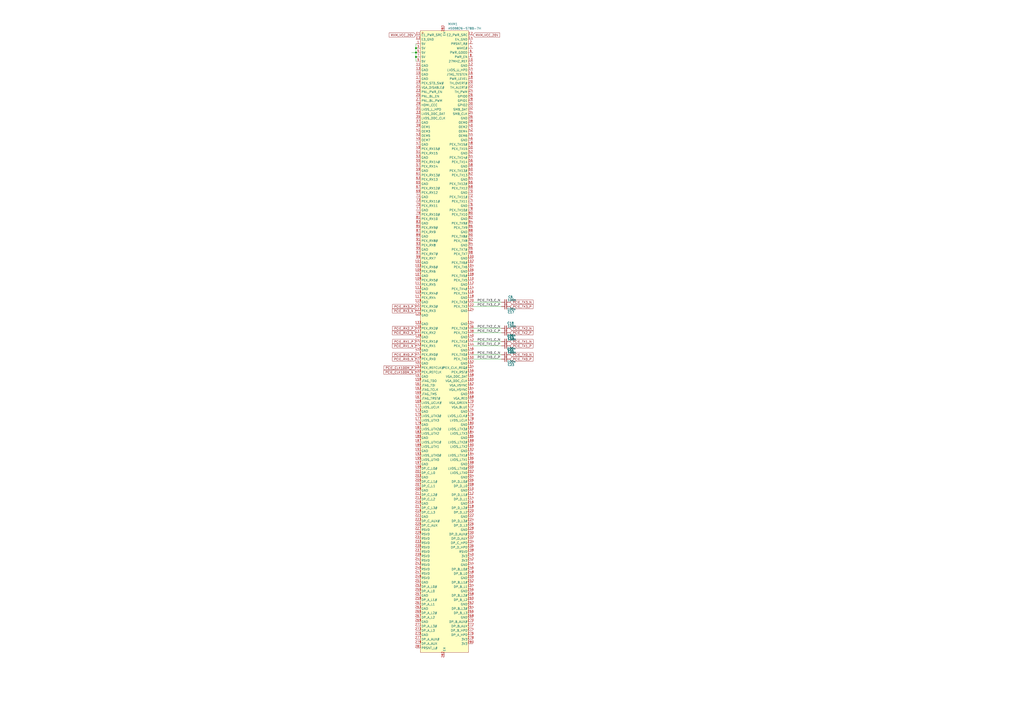
<source format=kicad_sch>
(kicad_sch (version 20250114) (generator "eeschema") (generator_version "9.0")
  (paper "A2")
  (lib_symbols
    (symbol "Device:C_Small" (pin_numbers (hide yes)) (pin_names (offset 0.254) (hide yes))
      (property "Reference" "C" (at 0.254 1.778 0))
      (property "Value" "C_Small" (at 0.254 -2.032 0))
      (symbol "C_Small_0_1"
        (polyline (pts (xy -1.524 0.508) (xy 1.524 0.508)) (stroke (width 0.3048)))
        (polyline (pts (xy -1.524 -0.508) (xy 1.524 -0.508)) (stroke (width 0.3302)))
      )
      (symbol "C_Small_1_1"
        (pin passive line (at 0 2.54 270) (length 2.032) (name "~") (number "1"))
        (pin passive line (at 0 -2.54 90) (length 2.032) (name "~") (number "2"))
      )
    )
    (symbol "mxm:AS0B826-S78B-7H"
      (property "Reference" "MXM1" (at 7.62 -182.88 0))
      (property "Value" "AS0B826-S78B-7H" (at 0 -185.42 0))
      (symbol "AS0B826-S78B-7H_0_1"
        (rectangle (start -13.97 180.34) (end 13.97 -180.34) (fill (type background)))
        (circle (center -12.7 179.07) (radius 0.38))
        (pin unspecified line (at -16.51 177.8 0) (length 2.54) (name "E1_PWR_SRC") (number "E1"))
        (pin unspecified line (at -16.51 175.26 0) (length 2.54) (name "E3_GND") (number "E3"))
        (pin unspecified line (at -16.51 172.72 0) (length 2.54) (name "5V") (number "1"))
        (pin unspecified line (at -16.51 170.18 0) (length 2.54) (name "5V") (number "3"))
        (pin unspecified line (at -16.51 167.64 0) (length 2.54) (name "5V") (number "5"))
        (pin unspecified line (at -16.51 165.1 0) (length 2.54) (name "5V") (number "7"))
        (pin unspecified line (at -16.51 162.56 0) (length 2.54) (name "5V") (number "9"))
        (pin unspecified line (at -16.51 160.02 0) (length 2.54) (name "GND") (number "11"))
        (pin unspecified line (at -16.51 157.48 0) (length 2.54) (name "GND") (number "13"))
        (pin unspecified line (at -16.51 154.94 0) (length 2.54) (name "GND") (number "15"))
        (pin unspecified line (at -16.51 152.4 0) (length 2.54) (name "GND") (number "17"))
        (pin unspecified line (at -16.51 149.86 0) (length 2.54) (name "PEX_STD_SW#") (number "19"))
        (pin unspecified line (at -16.51 147.32 0) (length 2.54) (name "VGA_DISABLE#") (number "21"))
        (pin unspecified line (at -16.51 144.78 0) (length 2.54) (name "PNL_PWR_EN") (number "23"))
        (pin unspecified line (at -16.51 142.24 0) (length 2.54) (name "PNL_BL_EN") (number "25"))
        (pin unspecified line (at -16.51 139.7 0) (length 2.54) (name "PNL_BL_PWM") (number "27"))
        (pin unspecified line (at -16.51 137.16 0) (length 2.54) (name "HDMI_CEC") (number "29"))
        (pin unspecified line (at -16.51 134.62 0) (length 2.54) (name "LVDS_L_HPD") (number "31"))
        (pin unspecified line (at -16.51 132.08 0) (length 2.54) (name "LVDS_DDC_DAT") (number "33"))
        (pin unspecified line (at -16.51 129.54 0) (length 2.54) (name "LVDS_DDC_CLK") (number "35"))
        (pin unspecified line (at -16.51 127 0) (length 2.54) (name "GND") (number "37"))
        (pin unspecified line (at -16.51 124.46 0) (length 2.54) (name "OEM1") (number "39"))
        (pin unspecified line (at -16.51 121.92 0) (length 2.54) (name "OEM3") (number "41"))
        (pin unspecified line (at -16.51 119.38 0) (length 2.54) (name "OEM5") (number "43"))
        (pin unspecified line (at -16.51 116.84 0) (length 2.54) (name "OEM7") (number "45"))
        (pin unspecified line (at -16.51 114.3 0) (length 2.54) (name "GND") (number "47"))
        (pin unspecified line (at -16.51 111.76 0) (length 2.54) (name "PEX_RX15#") (number "49"))
        (pin unspecified line (at -16.51 109.22 0) (length 2.54) (name "PEX_RX15") (number "51"))
        (pin unspecified line (at -16.51 106.68 0) (length 2.54) (name "GND") (number "53"))
        (pin unspecified line (at -16.51 104.14 0) (length 2.54) (name "PEX_RX14#") (number "55"))
        (pin unspecified line (at -16.51 101.6 0) (length 2.54) (name "PEX_RX14") (number "57"))
        (pin unspecified line (at -16.51 99.06 0) (length 2.54) (name "GND") (number "59"))
        (pin unspecified line (at -16.51 96.52 0) (length 2.54) (name "PEX_RX13#") (number "61"))
        (pin unspecified line (at -16.51 93.98 0) (length 2.54) (name "PEX_RX13") (number "63"))
        (pin unspecified line (at -16.51 91.44 0) (length 2.54) (name "GND") (number "65"))
        (pin unspecified line (at -16.51 88.9 0) (length 2.54) (name "PEX_RX12#") (number "67"))
        (pin unspecified line (at -16.51 86.36 0) (length 2.54) (name "PEX_RX12") (number "69"))
        (pin unspecified line (at -16.51 83.82 0) (length 2.54) (name "GND") (number "71"))
        (pin unspecified line (at -16.51 81.28 0) (length 2.54) (name "PEX_RX11#") (number "73"))
        (pin unspecified line (at -16.51 78.74 0) (length 2.54) (name "PEX_RX11") (number "75"))
        (pin unspecified line (at -16.51 76.2 0) (length 2.54) (name "GND") (number "77"))
        (pin unspecified line (at -16.51 73.66 0) (length 2.54) (name "PEX_RX10#") (number "79"))
        (pin unspecified line (at -16.51 71.12 0) (length 2.54) (name "PEX_RX10") (number "81"))
        (pin unspecified line (at -16.51 68.58 0) (length 2.54) (name "GND") (number "83"))
        (pin unspecified line (at -16.51 66.04 0) (length 2.54) (name "PEX_RX9#") (number "85"))
        (pin unspecified line (at -16.51 63.5 0) (length 2.54) (name "PEX_RX9") (number "87"))
        (pin unspecified line (at -16.51 60.96 0) (length 2.54) (name "GND") (number "89"))
        (pin unspecified line (at -16.51 58.42 0) (length 2.54) (name "PEX_RX8#") (number "91"))
        (pin unspecified line (at -16.51 55.88 0) (length 2.54) (name "PEX_RX8") (number "93"))
        (pin unspecified line (at -16.51 53.34 0) (length 2.54) (name "GND") (number "95"))
        (pin unspecified line (at -16.51 50.8 0) (length 2.54) (name "PEX_RX7#") (number "97"))
        (pin unspecified line (at -16.51 48.26 0) (length 2.54) (name "PEX_RX7") (number "99"))
        (pin unspecified line (at -16.51 45.72 0) (length 2.54) (name "GND") (number "101"))
        (pin unspecified line (at -16.51 43.18 0) (length 2.54) (name "PEX_RX6#") (number "103"))
        (pin unspecified line (at -16.51 40.64 0) (length 2.54) (name "PEX_RX6") (number "105"))
        (pin unspecified line (at -16.51 38.1 0) (length 2.54) (name "GND") (number "107"))
        (pin unspecified line (at -16.51 35.56 0) (length 2.54) (name "PEX_RX5#") (number "109"))
        (pin unspecified line (at -16.51 33.02 0) (length 2.54) (name "PEX_RX5") (number "111"))
        (pin unspecified line (at -16.51 30.48 0) (length 2.54) (name "GND") (number "113"))
        (pin unspecified line (at -16.51 27.94 0) (length 2.54) (name "PEX_RX4#") (number "115"))
        (pin unspecified line (at -16.51 25.4 0) (length 2.54) (name "PEX_RX4") (number "117"))
        (pin unspecified line (at -16.51 22.86 0) (length 2.54) (name "GND") (number "119"))
        (pin unspecified line (at -16.51 20.32 0) (length 2.54) (name "PEX_RX3#") (number "121"))
        (pin unspecified line (at -16.51 17.78 0) (length 2.54) (name "PEX_RX3") (number "123"))
        (pin unspecified line (at -16.51 15.24 0) (length 2.54) (name "GND") (number "125"))
        (pin unspecified line (at -16.51 10.16 0) (length 2.54) (name "GND") (number "133"))
        (pin unspecified line (at -16.51 7.62 0) (length 2.54) (name "PEX_RX2#") (number "135"))
        (pin unspecified line (at -16.51 5.08 0) (length 2.54) (name "PEX_RX2") (number "137"))
        (pin unspecified line (at -16.51 2.54 0) (length 2.54) (name "GND") (number "139"))
        (pin unspecified line (at -16.51 0 0) (length 2.54) (name "PEX_RX1#") (number "141"))
        (pin unspecified line (at -16.51 -2.54 0) (length 2.54) (name "PEX_RX1") (number "143"))
        (pin unspecified line (at -16.51 -5.08 0) (length 2.54) (name "GND") (number "145"))
        (pin unspecified line (at -16.51 -7.62 0) (length 2.54) (name "PEX_RX0#") (number "147"))
        (pin unspecified line (at -16.51 -10.16 0) (length 2.54) (name "PEX_RX0") (number "149"))
        (pin unspecified line (at -16.51 -12.7 0) (length 2.54) (name "GND") (number "151"))
        (pin unspecified line (at -16.51 -15.24 0) (length 2.54) (name "PEX_REFCLK#") (number "153"))
        (pin unspecified line (at -16.51 -17.78 0) (length 2.54) (name "PEX_REFCLK") (number "155"))
        (pin unspecified line (at -16.51 -20.32 0) (length 2.54) (name "GND") (number "157"))
        (pin unspecified line (at -16.51 -22.86 0) (length 2.54) (name "JTAG_TDO") (number "159"))
        (pin unspecified line (at -16.51 -25.4 0) (length 2.54) (name "JTAG_TDI") (number "161"))
        (pin unspecified line (at -16.51 -27.94 0) (length 2.54) (name "JTAG_TCLK") (number "163"))
        (pin unspecified line (at -16.51 -30.48 0) (length 2.54) (name "JTAG_TMS") (number "165"))
        (pin unspecified line (at -16.51 -33.02 0) (length 2.54) (name "JTAG_TRST#") (number "167"))
        (pin unspecified line (at -16.51 -35.56 0) (length 2.54) (name "LVDS_UCLK#") (number "169"))
        (pin unspecified line (at -16.51 -38.1 0) (length 2.54) (name "LVDS_UCLK") (number "171"))
        (pin unspecified line (at -16.51 -40.64 0) (length 2.54) (name "GND") (number "173"))
        (pin unspecified line (at -16.51 -43.18 0) (length 2.54) (name "LVDS_UTX3#") (number "175"))
        (pin unspecified line (at -16.51 -45.72 0) (length 2.54) (name "LVDS_UTX3") (number "177"))
        (pin unspecified line (at -16.51 -48.26 0) (length 2.54) (name "GND") (number "179"))
        (pin unspecified line (at -16.51 -50.8 0) (length 2.54) (name "LVDS_UTX2#") (number "181"))
        (pin unspecified line (at -16.51 -53.34 0) (length 2.54) (name "LVDS_UTX2") (number "183"))
        (pin unspecified line (at -16.51 -55.88 0) (length 2.54) (name "GND") (number "185"))
        (pin unspecified line (at -16.51 -58.42 0) (length 2.54) (name "LVDS_UTX1#") (number "187"))
        (pin unspecified line (at -16.51 -60.96 0) (length 2.54) (name "LVDS_UTX1") (number "189"))
        (pin unspecified line (at -16.51 -63.5 0) (length 2.54) (name "GND") (number "191"))
        (pin unspecified line (at -16.51 -66.04 0) (length 2.54) (name "LVDS_UTX0#") (number "193"))
        (pin unspecified line (at -16.51 -68.58 0) (length 2.54) (name "LVDS_UTX0") (number "195"))
        (pin unspecified line (at -16.51 -71.12 0) (length 2.54) (name "GND") (number "197"))
        (pin unspecified line (at -16.51 -73.66 0) (length 2.54) (name "DP_C_L0#") (number "199"))
        (pin unspecified line (at -16.51 -76.2 0) (length 2.54) (name "DP_C_L0") (number "201"))
        (pin unspecified line (at -16.51 -78.74 0) (length 2.54) (name "GND") (number "203"))
        (pin unspecified line (at -16.51 -81.28 0) (length 2.54) (name "DP_C_L1#") (number "205"))
        (pin unspecified line (at -16.51 -83.82 0) (length 2.54) (name "DP_C_L1") (number "207"))
        (pin unspecified line (at -16.51 -86.36 0) (length 2.54) (name "GND") (number "209"))
        (pin unspecified line (at -16.51 -88.9 0) (length 2.54) (name "DP_C_L2#") (number "211"))
        (pin unspecified line (at -16.51 -91.44 0) (length 2.54) (name "DP_C_L2") (number "213"))
        (pin unspecified line (at -16.51 -93.98 0) (length 2.54) (name "GND") (number "215"))
        (pin unspecified line (at -16.51 -96.52 0) (length 2.54) (name "DP_C_L3#") (number "217"))
        (pin unspecified line (at -16.51 -99.06 0) (length 2.54) (name "DP_C_L3") (number "219"))
        (pin unspecified line (at -16.51 -101.6 0) (length 2.54) (name "GND") (number "221"))
        (pin unspecified line (at -16.51 -104.14 0) (length 2.54) (name "DP_C_AUX#") (number "223"))
        (pin unspecified line (at -16.51 -106.68 0) (length 2.54) (name "DP_C_AUX") (number "225"))
        (pin unspecified line (at -16.51 -109.22 0) (length 2.54) (name "RSVD") (number "227"))
        (pin unspecified line (at -16.51 -111.76 0) (length 2.54) (name "RSVD") (number "229"))
        (pin unspecified line (at -16.51 -114.3 0) (length 2.54) (name "RSVD") (number "231"))
        (pin unspecified line (at -16.51 -116.84 0) (length 2.54) (name "RSVD") (number "233"))
        (pin unspecified line (at -16.51 -119.38 0) (length 2.54) (name "RSVD") (number "235"))
        (pin unspecified line (at -16.51 -121.92 0) (length 2.54) (name "RSVD") (number "237"))
        (pin unspecified line (at -16.51 -124.46 0) (length 2.54) (name "RSVD") (number "239"))
        (pin unspecified line (at -16.51 -127 0) (length 2.54) (name "RSVD") (number "241"))
        (pin unspecified line (at -16.51 -129.54 0) (length 2.54) (name "RSVD") (number "243"))
        (pin unspecified line (at -16.51 -132.08 0) (length 2.54) (name "RSVD") (number "245"))
        (pin unspecified line (at -16.51 -134.62 0) (length 2.54) (name "RSVD") (number "247"))
        (pin unspecified line (at -16.51 -137.16 0) (length 2.54) (name "RSVD") (number "249"))
        (pin unspecified line (at -16.51 -139.7 0) (length 2.54) (name "GND") (number "251"))
        (pin unspecified line (at -16.51 -142.24 0) (length 2.54) (name "DP_A_L0#") (number "253"))
        (pin unspecified line (at -16.51 -144.78 0) (length 2.54) (name "DP_A_L0") (number "255"))
        (pin unspecified line (at -16.51 -147.32 0) (length 2.54) (name "GND") (number "257"))
        (pin unspecified line (at -16.51 -149.86 0) (length 2.54) (name "DP_A_L1#") (number "259"))
        (pin unspecified line (at -16.51 -152.4 0) (length 2.54) (name "DP_A_L1") (number "261"))
        (pin unspecified line (at -16.51 -154.94 0) (length 2.54) (name "GND") (number "263"))
        (pin unspecified line (at -16.51 -157.48 0) (length 2.54) (name "DP_A_L2#") (number "265"))
        (pin unspecified line (at -16.51 -160.02 0) (length 2.54) (name "DP_A_L2") (number "267"))
        (pin unspecified line (at -16.51 -162.56 0) (length 2.54) (name "GND") (number "269"))
        (pin unspecified line (at -16.51 -165.1 0) (length 2.54) (name "DP_A_L3#") (number "271"))
        (pin unspecified line (at -16.51 -167.64 0) (length 2.54) (name "DP_A_L3") (number "273"))
        (pin unspecified line (at -16.51 -170.18 0) (length 2.54) (name "GND") (number "275"))
        (pin unspecified line (at -16.51 -172.72 0) (length 2.54) (name "DP_A_AUX#") (number "277"))
        (pin unspecified line (at -16.51 -175.26 0) (length 2.54) (name "DP_A_AUX") (number "279"))
        (pin unspecified line (at -16.51 -177.8 0) (length 2.54) (name "PRSNT_L#") (number "281"))
        (pin unspecified line (at 0 182.88 270) (length 2.54) (name "EH") (number "283"))
        (pin unspecified line (at 0 -182.88 90) (length 2.54) (name "EH") (number "282"))
        (pin unspecified line (at 16.51 177.8 180) (length 2.54) (name "E2_PWR_SRC") (number "E2"))
        (pin unspecified line (at 16.51 175.26 180) (length 2.54) (name "E4_GND") (number "E4"))
        (pin unspecified line (at 16.51 172.72 180) (length 2.54) (name "PRSNT_R#") (number "2"))
        (pin unspecified line (at 16.51 170.18 180) (length 2.54) (name "WAKE#") (number "4"))
        (pin unspecified line (at 16.51 167.64 180) (length 2.54) (name "PWR_GOOD") (number "6"))
        (pin unspecified line (at 16.51 165.1 180) (length 2.54) (name "PWR_EN") (number "8"))
        (pin unspecified line (at 16.51 162.56 180) (length 2.54) (name "27MHZ_REF") (number "10"))
        (pin unspecified line (at 16.51 160.02 180) (length 2.54) (name "GND") (number "12"))
        (pin unspecified line (at 16.51 157.48 180) (length 2.54) (name "LVDS_U_HPD") (number "14"))
        (pin unspecified line (at 16.51 154.94 180) (length 2.54) (name "JTAG_TESTEN") (number "16"))
        (pin unspecified line (at 16.51 152.4 180) (length 2.54) (name "PWR_LEVEL") (number "18"))
        (pin unspecified line (at 16.51 149.86 180) (length 2.54) (name "TH_OVERT#") (number "20"))
        (pin unspecified line (at 16.51 147.32 180) (length 2.54) (name "TH_ALERT#") (number "22"))
        (pin unspecified line (at 16.51 144.78 180) (length 2.54) (name "TH_PWM") (number "24"))
        (pin unspecified line (at 16.51 142.24 180) (length 2.54) (name "GPIO0") (number "26"))
        (pin unspecified line (at 16.51 139.7 180) (length 2.54) (name "GPIO1") (number "28"))
        (pin unspecified line (at 16.51 137.16 180) (length 2.54) (name "GPIO2") (number "30"))
        (pin unspecified line (at 16.51 134.62 180) (length 2.54) (name "SMB_DAT") (number "32"))
        (pin unspecified line (at 16.51 132.08 180) (length 2.54) (name "SMB_CLK") (number "34"))
        (pin unspecified line (at 16.51 129.54 180) (length 2.54) (name "GND") (number "36"))
        (pin unspecified line (at 16.51 127 180) (length 2.54) (name "OEM0") (number "38"))
        (pin unspecified line (at 16.51 124.46 180) (length 2.54) (name "OEM2") (number "40"))
        (pin unspecified line (at 16.51 121.92 180) (length 2.54) (name "OEM4") (number "42"))
        (pin unspecified line (at 16.51 119.38 180) (length 2.54) (name "OEM6") (number "44"))
        (pin unspecified line (at 16.51 116.84 180) (length 2.54) (name "GND") (number "46"))
        (pin unspecified line (at 16.51 114.3 180) (length 2.54) (name "PEX_TX15#") (number "48"))
        (pin unspecified line (at 16.51 111.76 180) (length 2.54) (name "PEX_TX15") (number "50"))
        (pin unspecified line (at 16.51 109.22 180) (length 2.54) (name "GND") (number "52"))
        (pin unspecified line (at 16.51 106.68 180) (length 2.54) (name "PEX_TX14#") (number "54"))
        (pin unspecified line (at 16.51 104.14 180) (length 2.54) (name "PEX_TX14") (number "56"))
        (pin unspecified line (at 16.51 101.6 180) (length 2.54) (name "GND") (number "58"))
        (pin unspecified line (at 16.51 99.06 180) (length 2.54) (name "PEX_TX13#") (number "60"))
        (pin unspecified line (at 16.51 96.52 180) (length 2.54) (name "PEX_TX13") (number "62"))
        (pin unspecified line (at 16.51 93.98 180) (length 2.54) (name "GND") (number "64"))
        (pin unspecified line (at 16.51 91.44 180) (length 2.54) (name "PEX_TX12#") (number "66"))
        (pin unspecified line (at 16.51 88.9 180) (length 2.54) (name "PEX_TX12") (number "68"))
        (pin unspecified line (at 16.51 86.36 180) (length 2.54) (name "GND") (number "70"))
        (pin unspecified line (at 16.51 83.82 180) (length 2.54) (name "PEX_TX11#") (number "72"))
        (pin unspecified line (at 16.51 81.28 180) (length 2.54) (name "PEX_TX11") (number "74"))
        (pin unspecified line (at 16.51 78.74 180) (length 2.54) (name "GND") (number "76"))
        (pin unspecified line (at 16.51 76.2 180) (length 2.54) (name "PEX_TX10#") (number "78"))
        (pin unspecified line (at 16.51 73.66 180) (length 2.54) (name "PEX_TX10") (number "80"))
        (pin unspecified line (at 16.51 71.12 180) (length 2.54) (name "GND") (number "82"))
        (pin unspecified line (at 16.51 68.58 180) (length 2.54) (name "PEX_TX9#") (number "84"))
        (pin unspecified line (at 16.51 66.04 180) (length 2.54) (name "PEX_TX9") (number "86"))
        (pin unspecified line (at 16.51 63.5 180) (length 2.54) (name "GND") (number "88"))
        (pin unspecified line (at 16.51 60.96 180) (length 2.54) (name "PEX_TX8#") (number "90"))
        (pin unspecified line (at 16.51 58.42 180) (length 2.54) (name "PEX_TX8") (number "92"))
        (pin unspecified line (at 16.51 55.88 180) (length 2.54) (name "GND") (number "94"))
        (pin unspecified line (at 16.51 53.34 180) (length 2.54) (name "PEX_TX7#") (number "96"))
        (pin unspecified line (at 16.51 50.8 180) (length 2.54) (name "PEX_TX7") (number "98"))
        (pin unspecified line (at 16.51 48.26 180) (length 2.54) (name "GND") (number "100"))
        (pin unspecified line (at 16.51 45.72 180) (length 2.54) (name "PEX_TX6#") (number "102"))
        (pin unspecified line (at 16.51 43.18 180) (length 2.54) (name "PEX_TX6") (number "104"))
        (pin unspecified line (at 16.51 40.64 180) (length 2.54) (name "GND") (number "106"))
        (pin unspecified line (at 16.51 38.1 180) (length 2.54) (name "PEX_TX5#") (number "108"))
        (pin unspecified line (at 16.51 35.56 180) (length 2.54) (name "PEX_TX5") (number "110"))
        (pin unspecified line (at 16.51 33.02 180) (length 2.54) (name "GND") (number "112"))
        (pin unspecified line (at 16.51 30.48 180) (length 2.54) (name "PEX_TX4#") (number "114"))
        (pin unspecified line (at 16.51 27.94 180) (length 2.54) (name "PEX_TX4") (number "116"))
        (pin unspecified line (at 16.51 25.4 180) (length 2.54) (name "GND") (number "118"))
        (pin unspecified line (at 16.51 22.86 180) (length 2.54) (name "PEX_TX3#") (number "120"))
        (pin unspecified line (at 16.51 20.32 180) (length 2.54) (name "PEX_TX3") (number "122"))
        (pin unspecified line (at 16.51 17.78 180) (length 2.54) (name "GND") (number "124"))
        (pin unspecified line (at 16.51 10.16 180) (length 2.54) (name "GND") (number "134"))
        (pin unspecified line (at 16.51 7.62 180) (length 2.54) (name "PEX_TX2#") (number "136"))
        (pin unspecified line (at 16.51 5.08 180) (length 2.54) (name "PEX_TX2") (number "138"))
        (pin unspecified line (at 16.51 2.54 180) (length 2.54) (name "GND") (number "140"))
        (pin unspecified line (at 16.51 0 180) (length 2.54) (name "PEX_TX1#") (number "142"))
        (pin unspecified line (at 16.51 -2.54 180) (length 2.54) (name "PEX_TX1") (number "144"))
        (pin unspecified line (at 16.51 -5.08 180) (length 2.54) (name "GND") (number "146"))
        (pin unspecified line (at 16.51 -7.62 180) (length 2.54) (name "PEX_TX0#") (number "148"))
        (pin unspecified line (at 16.51 -10.16 180) (length 2.54) (name "PEX_TX0") (number "150"))
        (pin unspecified line (at 16.51 -12.7 180) (length 2.54) (name "GND") (number "152"))
        (pin unspecified line (at 16.51 -15.24 180) (length 2.54) (name "PEX_CLK_REQ#") (number "154"))
        (pin unspecified line (at 16.51 -17.78 180) (length 2.54) (name "PEX_RST#") (number "156"))
        (pin unspecified line (at 16.51 -20.32 180) (length 2.54) (name "VGA_DDC_DAT") (number "158"))
        (pin unspecified line (at 16.51 -22.86 180) (length 2.54) (name "VGA_DDC_CLK") (number "160"))
        (pin unspecified line (at 16.51 -25.4 180) (length 2.54) (name "VGA_VSYNC") (number "162"))
        (pin unspecified line (at 16.51 -27.94 180) (length 2.54) (name "VGA_HSYNC") (number "164"))
        (pin unspecified line (at 16.51 -30.48 180) (length 2.54) (name "GND") (number "166"))
        (pin unspecified line (at 16.51 -33.02 180) (length 2.54) (name "VGA_RED") (number "168"))
        (pin unspecified line (at 16.51 -35.56 180) (length 2.54) (name "VGA_GREEN") (number "170"))
        (pin unspecified line (at 16.51 -38.1 180) (length 2.54) (name "VGA_BLUE") (number "172"))
        (pin unspecified line (at 16.51 -40.64 180) (length 2.54) (name "GND") (number "174"))
        (pin unspecified line (at 16.51 -43.18 180) (length 2.54) (name "LVDS_LCLK#") (number "176"))
        (pin unspecified line (at 16.51 -45.72 180) (length 2.54) (name "LVDS_LCLK") (number "178"))
        (pin unspecified line (at 16.51 -48.26 180) (length 2.54) (name "GND") (number "180"))
        (pin unspecified line (at 16.51 -50.8 180) (length 2.54) (name "LVDS_LTX3#") (number "182"))
        (pin unspecified line (at 16.51 -53.34 180) (length 2.54) (name "LVDS_LTX3") (number "184"))
        (pin unspecified line (at 16.51 -55.88 180) (length 2.54) (name "GND") (number "186"))
        (pin unspecified line (at 16.51 -58.42 180) (length 2.54) (name "LVDS_LTX2#") (number "188"))
        (pin unspecified line (at 16.51 -60.96 180) (length 2.54) (name "LVDS_LTX2") (number "190"))
        (pin unspecified line (at 16.51 -63.5 180) (length 2.54) (name "GND") (number "192"))
        (pin unspecified line (at 16.51 -66.04 180) (length 2.54) (name "LVDS_LTX1#") (number "194"))
        (pin unspecified line (at 16.51 -68.58 180) (length 2.54) (name "LVDS_LTX1") (number "196"))
        (pin unspecified line (at 16.51 -71.12 180) (length 2.54) (name "GND") (number "198"))
        (pin unspecified line (at 16.51 -73.66 180) (length 2.54) (name "LVDS_LTX0#") (number "200"))
        (pin unspecified line (at 16.51 -76.2 180) (length 2.54) (name "LVDS_LTX0") (number "202"))
        (pin unspecified line (at 16.51 -78.74 180) (length 2.54) (name "GND") (number "204"))
        (pin unspecified line (at 16.51 -81.28 180) (length 2.54) (name "DP_D_L0#") (number "206"))
        (pin unspecified line (at 16.51 -83.82 180) (length 2.54) (name "DP_D_L0") (number "208"))
        (pin unspecified line (at 16.51 -86.36 180) (length 2.54) (name "GND") (number "210"))
        (pin unspecified line (at 16.51 -88.9 180) (length 2.54) (name "DP_D_L1#") (number "212"))
        (pin unspecified line (at 16.51 -91.44 180) (length 2.54) (name "DP_D_L1") (number "214"))
        (pin unspecified line (at 16.51 -93.98 180) (length 2.54) (name "GND") (number "216"))
        (pin unspecified line (at 16.51 -96.52 180) (length 2.54) (name "DP_D_L2#") (number "218"))
        (pin unspecified line (at 16.51 -99.06 180) (length 2.54) (name "DP_D_L2") (number "220"))
        (pin unspecified line (at 16.51 -101.6 180) (length 2.54) (name "GND") (number "222"))
        (pin unspecified line (at 16.51 -104.14 180) (length 2.54) (name "DP_D_L3#") (number "224"))
        (pin unspecified line (at 16.51 -106.68 180) (length 2.54) (name "DP_D_L3") (number "226"))
        (pin unspecified line (at 16.51 -109.22 180) (length 2.54) (name "GND") (number "228"))
        (pin unspecified line (at 16.51 -111.76 180) (length 2.54) (name "DP_D_AUX#") (number "230"))
        (pin unspecified line (at 16.51 -114.3 180) (length 2.54) (name "DP_D_AUX") (number "232"))
        (pin unspecified line (at 16.51 -116.84 180) (length 2.54) (name "DP_C_HPD") (number "234"))
        (pin unspecified line (at 16.51 -119.38 180) (length 2.54) (name "DP_D_HPD") (number "236"))
        (pin unspecified line (at 16.51 -121.92 180) (length 2.54) (name "RSVD") (number "238"))
        (pin unspecified line (at 16.51 -124.46 180) (length 2.54) (name "3V3") (number "240"))
        (pin unspecified line (at 16.51 -127 180) (length 2.54) (name "3V3") (number "242"))
        (pin unspecified line (at 16.51 -129.54 180) (length 2.54) (name "GND") (number "244"))
        (pin unspecified line (at 16.51 -132.08 180) (length 2.54) (name "DP_B_L0#") (number "246"))
        (pin unspecified line (at 16.51 -134.62 180) (length 2.54) (name "DP_B_L0") (number "248"))
        (pin unspecified line (at 16.51 -137.16 180) (length 2.54) (name "GND") (number "250"))
        (pin unspecified line (at 16.51 -139.7 180) (length 2.54) (name "DP_B_L1#") (number "252"))
        (pin unspecified line (at 16.51 -142.24 180) (length 2.54) (name "DP_B_L1") (number "254"))
        (pin unspecified line (at 16.51 -144.78 180) (length 2.54) (name "GND") (number "256"))
        (pin unspecified line (at 16.51 -147.32 180) (length 2.54) (name "DP_B_L2#") (number "258"))
        (pin unspecified line (at 16.51 -149.86 180) (length 2.54) (name "DP_B_L2") (number "260"))
        (pin unspecified line (at 16.51 -152.4 180) (length 2.54) (name "GND") (number "262"))
        (pin unspecified line (at 16.51 -154.94 180) (length 2.54) (name "DP_B_L3#") (number "264"))
        (pin unspecified line (at 16.51 -157.48 180) (length 2.54) (name "DP_B_L3") (number "266"))
        (pin unspecified line (at 16.51 -160.02 180) (length 2.54) (name "GND") (number "268"))
        (pin unspecified line (at 16.51 -162.56 180) (length 2.54) (name "DP_B_AUX#") (number "270"))
        (pin unspecified line (at 16.51 -165.1 180) (length 2.54) (name "DP_B_AUX") (number "272"))
        (pin unspecified line (at 16.51 -167.64 180) (length 2.54) (name "DP_B_HPD") (number "274"))
        (pin unspecified line (at 16.51 -170.18 180) (length 2.54) (name "DP_A_HPD") (number "276"))
        (pin unspecified line (at 16.51 -172.72 180) (length 2.54) (name "3V3") (number "278"))
        (pin unspecified line (at 16.51 -175.26 180) (length 2.54) (name "3V3") (number "280"))
      )
    )
  )
  (junction (at 241.3 33.02))
  (junction (at 241.3 27.94))
  (junction (at 241.3 30.48))
  (wire (pts (xy 241.3 27.94) (xy 241.3 30.48)))
  (wire (pts (xy 274.32 190.5) (xy 290.83 190.5)))
  (wire (pts (xy 241.3 30.48) (xy 241.3 33.02)))
  (wire (pts (xy 274.32 175.26) (xy 290.83 175.26)))
  (wire (pts (xy 241.3 33.02) (xy 241.3 35.56)))
  (wire (pts (xy 274.32 200.66) (xy 290.83 200.66)))
  (wire (pts (xy 274.32 198.12) (xy 290.83 198.12)))
  (wire (pts (xy 274.32 193.04) (xy 290.83 193.04)))
  (wire (pts (xy 241.3 25.4) (xy 241.3 27.94)))
  (wire (pts (xy 274.32 205.74) (xy 290.83 205.74)))
  (wire (pts (xy 274.32 208.28) (xy 290.83 208.28)))
  (wire (pts (xy 274.32 177.8) (xy 290.83 177.8)))
  (wire (pts (xy 241.3 30.48) (xy 238.76 30.48)))
  (label "PCIE_TX0_C_N" (at 276.86 205.74 0))
  (label "PCIE_TX3_C_N" (at 276.86 175.26 0))
  (label "PCIE_TX2_C_N" (at 276.86 190.5 0))
  (label "PCIE_TX1_C_P" (at 276.86 200.66 0))
  (label "PCIE_TX3_C_P" (at 276.86 177.8 0))
  (label "PCIE_TX1_C_N" (at 276.86 198.12 0))
  (label "PCIE_TX0_C_P" (at 276.86 208.28 0))
  (label "PCIE_TX2_C_P" (at 276.86 193.04 0))
  (global_label "PCIE_TX3_P" (shape input) (at 295.91 177.8 0) (property "Intersheetrefs" "${INTERSHEET_REFS}" (effects (hide yes))))
  (global_label "PCIE_RX3_P" (shape input) (at 241.3 177.8 180) (property "Intersheetrefs" "${INTERSHEET_REFS}" (effects (hide yes))))
  (global_label "PCIE_TX3_N" (shape input) (at 295.91 175.26 0) (property "Intersheetrefs" "${INTERSHEET_REFS}" (effects (hide yes))))
  (global_label "MXM_VCC_20V" (shape input) (at 274.32 20.32 0) (property "Intersheetrefs" "${INTERSHEET_REFS}" (effects (hide yes))))
  (global_label "PCIE_CLK100M_N" (shape input) (at 241.3 215.9 180) (property "Intersheetrefs" "${INTERSHEET_REFS}" (effects (hide yes))))
  (global_label "PCIE_TX1_P" (shape input) (at 295.91 200.66 0) (property "Intersheetrefs" "${INTERSHEET_REFS}" (effects (hide yes))))
  (global_label "PCIE_RX3_N" (shape input) (at 241.3 180.34 180) (property "Intersheetrefs" "${INTERSHEET_REFS}" (effects (hide yes))))
  (global_label "MXM_VCC_20V" (shape input) (at 241.3 20.32 180) (property "Intersheetrefs" "${INTERSHEET_REFS}" (effects (hide yes))))
  (global_label "PCIE_TX1_N" (shape input) (at 295.91 198.12 0) (property "Intersheetrefs" "${INTERSHEET_REFS}" (effects (hide yes))))
  (global_label "PCIE_RX2_P" (shape input) (at 241.3 190.5 180) (property "Intersheetrefs" "${INTERSHEET_REFS}" (effects (hide yes))))
  (global_label "PCIE_TX0_P" (shape input) (at 295.91 208.28 0) (property "Intersheetrefs" "${INTERSHEET_REFS}" (effects (hide yes))))
  (global_label "PCIE_RX1_P" (shape input) (at 241.3 198.12 180) (property "Intersheetrefs" "${INTERSHEET_REFS}" (effects (hide yes))))
  (global_label "PCIE_TX0_N" (shape input) (at 295.91 205.74 0) (property "Intersheetrefs" "${INTERSHEET_REFS}" (effects (hide yes))))
  (global_label "PCIE_CLK100M_P" (shape input) (at 241.3 213.36 180) (property "Intersheetrefs" "${INTERSHEET_REFS}" (effects (hide yes))))
  (global_label "PCIE_RX1_N" (shape input) (at 241.3 200.66 180) (property "Intersheetrefs" "${INTERSHEET_REFS}" (effects (hide yes))))
  (global_label "PCIE_RX2_N" (shape input) (at 241.3 193.04 180) (property "Intersheetrefs" "${INTERSHEET_REFS}" (effects (hide yes))))
  (global_label "PCIE_RX0_P" (shape input) (at 241.3 205.74 180) (property "Intersheetrefs" "${INTERSHEET_REFS}" (effects (hide yes))))
  (global_label "PCIE_RX0_N" (shape input) (at 241.3 208.28 180) (property "Intersheetrefs" "${INTERSHEET_REFS}" (effects (hide yes))))
  (global_label "PCIE_TX2_P" (shape input) (at 295.91 193.04 0) (property "Intersheetrefs" "${INTERSHEET_REFS}" (effects (hide yes))))
  (global_label "PCIE_TX2_N" (shape input) (at 295.91 190.5 0) (property "Intersheetrefs" "${INTERSHEET_REFS}" (effects (hide yes))))
  (symbol (lib_id "Device:C_Small") (at 293.37 175.26 90) (unit 1)
    (property "Reference" "C6" (at 296.164 172.212 90))
    (property "Value" "100n" (at 296.926 173.99 90))
    (property "Footprint" "Capacitor_SMD:C_0402_1005Metric" (effects (hide yes)))
    (property "Description" "Unpolarized capacitor, small symbol" (effects (hide yes)))
  )
  (symbol (lib_id "Device:C_Small") (at 293.37 208.28 90) (unit 1)
    (property "Reference" "C23" (at 296.418 211.582 90))
    (property "Value" "100n" (at 296.672 209.804 90))
    (property "Footprint" "Capacitor_SMD:C_0402_1005Metric" (effects (hide yes)))
    (property "Description" "Unpolarized capacitor, small symbol" (effects (hide yes)))
  )
  (symbol (lib_id "Device:C_Small") (at 293.37 193.04 90) (unit 1)
    (property "Reference" "C19" (at 296.418 196.342 90))
    (property "Value" "100n" (at 296.672 194.564 90))
    (property "Footprint" "Capacitor_SMD:C_0402_1005Metric" (effects (hide yes)))
    (property "Description" "Unpolarized capacitor, small symbol" (effects (hide yes)))
  )
  (symbol (lib_id "Device:C_Small") (at 293.37 205.74 90) (unit 1)
    (property "Reference" "C22" (at 296.164 202.692 90))
    (property "Value" "100n" (at 296.926 204.47 90))
    (property "Footprint" "Capacitor_SMD:C_0402_1005Metric" (effects (hide yes)))
    (property "Description" "Unpolarized capacitor, small symbol" (effects (hide yes)))
  )
  (symbol (lib_id "Device:C_Small") (at 293.37 177.8 90) (unit 1)
    (property "Reference" "C17" (at 296.418 181.102 90))
    (property "Value" "100n" (at 296.672 179.324 90))
    (property "Footprint" "Capacitor_SMD:C_0402_1005Metric" (effects (hide yes)))
    (property "Description" "Unpolarized capacitor, small symbol" (effects (hide yes)))
  )
  (symbol (lib_id "Device:C_Small") (at 293.37 200.66 90) (unit 1)
    (property "Reference" "C21" (at 296.418 203.962 90))
    (property "Value" "100n" (at 296.672 202.184 90))
    (property "Footprint" "Capacitor_SMD:C_0402_1005Metric" (effects (hide yes)))
    (property "Description" "Unpolarized capacitor, small symbol" (effects (hide yes)))
  )
  (symbol (lib_id "Device:C_Small") (at 293.37 190.5 90) (unit 1)
    (property "Reference" "C18" (at 296.164 187.452 90))
    (property "Value" "100n" (at 296.926 189.23 90))
    (property "Footprint" "Capacitor_SMD:C_0402_1005Metric" (effects (hide yes)))
    (property "Description" "Unpolarized capacitor, small symbol" (effects (hide yes)))
  )
  (symbol (lib_id "mxm:AS0B826-S78B-7H") (at 257.81 198.12 0) (unit 1)
    (property "Reference" "MXM1" (at 259.9533 13.97 0) (effects (justify left)))
    (property "Value" "AS0B826-S78B-7H" (at 259.9533 16.51 0) (effects (justify left)))
    (property "Footprint" "FOXCONN-AS0B826-S78B-7H:CONN-SMD_AS0B826-S78B-7H" (effects (hide yes)))
    (property "Manufacturer" "FOXCONN(富士康)" (effects (hide yes)))
    (property "LCSC Part" "C426232" (effects (hide yes)))
    (property "JLC Part" "Extended Part" (effects (hide yes)))
  )
  (symbol (lib_id "Device:C_Small") (at 293.37 198.12 90) (unit 1)
    (property "Reference" "C20" (at 296.164 195.072 90))
    (property "Value" "100n" (at 296.926 196.85 90))
    (property "Footprint" "Capacitor_SMD:C_0402_1005Metric" (effects (hide yes)))
    (property "Description" "Unpolarized capacitor, small symbol" (effects (hide yes)))
  )
)
</source>
